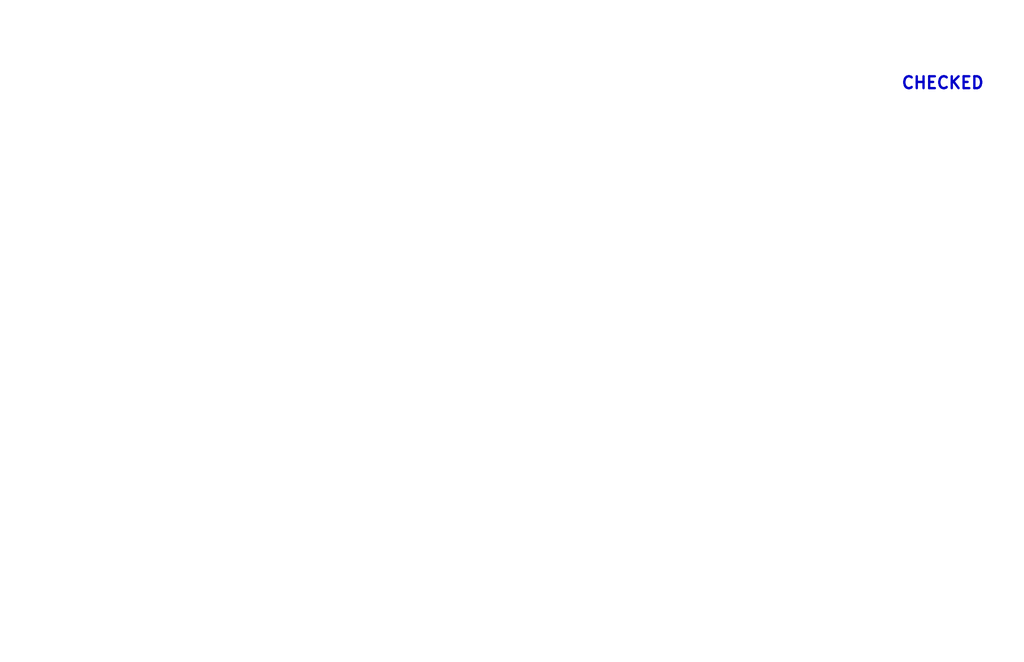
<source format=kicad_sch>
(kicad_sch (version 20211123) (generator eeschema)
  (paper "B")
  (title_block (title "Handy Radio") (date "2022-11-10") (rev "01") (company "Siavash Taher Parvar") (comment 1 "Siavash Taher Parvar") (comment 2 "Siavash Taher Parvar") (comment 3 "Siavash Taher Parvar") (comment 4 "N/A") (comment 5 "N/A") (comment 6 "N/A") (comment 8 "NO VARIANT") (comment 9 "N/A"))
  (lib_symbols)
  (text "CHECKED" (at 379.73 38.1 0) (effects (font (size 5 5) (thickness 1) bold) (justify left bottom)))
)
</source>
